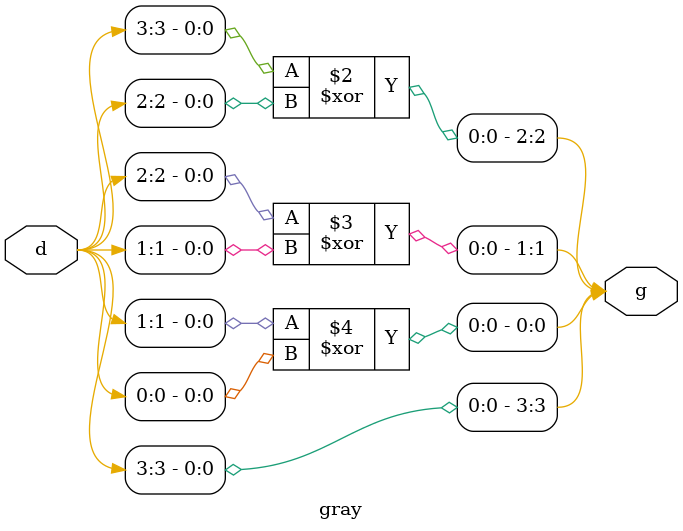
<source format=v>
module gray(
input [3:0]d,
output reg [3:0]g);
always@(*)begin
 g[3] = d[3];
 g[2] = d[3] ^ d[2];
 g[1] = d[2] ^ d[1];
 g[0] = d[1] ^ d[0];
end
endmodule

</source>
